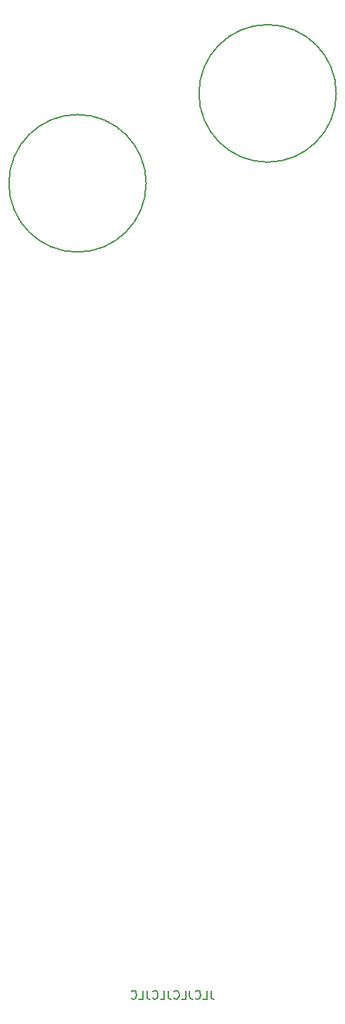
<source format=gbo>
G04 #@! TF.GenerationSoftware,KiCad,Pcbnew,(6.0.0)*
G04 #@! TF.CreationDate,2022-08-09T16:48:56+02:00*
G04 #@! TF.ProjectId,FG-VCO-(panel),46472d56-434f-42d2-9870-616e656c292e,rev?*
G04 #@! TF.SameCoordinates,Original*
G04 #@! TF.FileFunction,Legend,Bot*
G04 #@! TF.FilePolarity,Positive*
%FSLAX46Y46*%
G04 Gerber Fmt 4.6, Leading zero omitted, Abs format (unit mm)*
G04 Created by KiCad (PCBNEW (6.0.0)) date 2022-08-09 16:48:56*
%MOMM*%
%LPD*%
G01*
G04 APERTURE LIST*
%ADD10C,0.150000*%
%ADD11C,6.500000*%
%ADD12C,6.000000*%
%ADD13C,3.200000*%
%ADD14C,5.000000*%
%ADD15O,5.500000X3.200000*%
G04 APERTURE END LIST*
D10*
X46355000Y-17145000D02*
G75*
G03*
X46355000Y-17145000I-8255000J0D01*
G01*
X23495000Y-27940000D02*
G75*
G03*
X23495000Y-27940000I-8255000J0D01*
G01*
X31289047Y-124864880D02*
X31289047Y-125579166D01*
X31336666Y-125722023D01*
X31431904Y-125817261D01*
X31574761Y-125864880D01*
X31670000Y-125864880D01*
X30336666Y-125864880D02*
X30812857Y-125864880D01*
X30812857Y-124864880D01*
X29431904Y-125769642D02*
X29479523Y-125817261D01*
X29622380Y-125864880D01*
X29717619Y-125864880D01*
X29860476Y-125817261D01*
X29955714Y-125722023D01*
X30003333Y-125626785D01*
X30050952Y-125436309D01*
X30050952Y-125293452D01*
X30003333Y-125102976D01*
X29955714Y-125007738D01*
X29860476Y-124912500D01*
X29717619Y-124864880D01*
X29622380Y-124864880D01*
X29479523Y-124912500D01*
X29431904Y-124960119D01*
X28717619Y-124864880D02*
X28717619Y-125579166D01*
X28765238Y-125722023D01*
X28860476Y-125817261D01*
X29003333Y-125864880D01*
X29098571Y-125864880D01*
X27765238Y-125864880D02*
X28241428Y-125864880D01*
X28241428Y-124864880D01*
X26860476Y-125769642D02*
X26908095Y-125817261D01*
X27050952Y-125864880D01*
X27146190Y-125864880D01*
X27289047Y-125817261D01*
X27384285Y-125722023D01*
X27431904Y-125626785D01*
X27479523Y-125436309D01*
X27479523Y-125293452D01*
X27431904Y-125102976D01*
X27384285Y-125007738D01*
X27289047Y-124912500D01*
X27146190Y-124864880D01*
X27050952Y-124864880D01*
X26908095Y-124912500D01*
X26860476Y-124960119D01*
X26146190Y-124864880D02*
X26146190Y-125579166D01*
X26193809Y-125722023D01*
X26289047Y-125817261D01*
X26431904Y-125864880D01*
X26527142Y-125864880D01*
X25193809Y-125864880D02*
X25670000Y-125864880D01*
X25670000Y-124864880D01*
X24289047Y-125769642D02*
X24336666Y-125817261D01*
X24479523Y-125864880D01*
X24574761Y-125864880D01*
X24717619Y-125817261D01*
X24812857Y-125722023D01*
X24860476Y-125626785D01*
X24908095Y-125436309D01*
X24908095Y-125293452D01*
X24860476Y-125102976D01*
X24812857Y-125007738D01*
X24717619Y-124912500D01*
X24574761Y-124864880D01*
X24479523Y-124864880D01*
X24336666Y-124912500D01*
X24289047Y-124960119D01*
X23574761Y-124864880D02*
X23574761Y-125579166D01*
X23622380Y-125722023D01*
X23717619Y-125817261D01*
X23860476Y-125864880D01*
X23955714Y-125864880D01*
X22622380Y-125864880D02*
X23098571Y-125864880D01*
X23098571Y-124864880D01*
X21717619Y-125769642D02*
X21765238Y-125817261D01*
X21908095Y-125864880D01*
X22003333Y-125864880D01*
X22146190Y-125817261D01*
X22241428Y-125722023D01*
X22289047Y-125626785D01*
X22336666Y-125436309D01*
X22336666Y-125293452D01*
X22289047Y-125102976D01*
X22241428Y-125007738D01*
X22146190Y-124912500D01*
X22003333Y-124864880D01*
X21908095Y-124864880D01*
X21765238Y-124912500D01*
X21717619Y-124960119D01*
%LPC*%
D11*
X38100000Y-17145000D03*
D12*
X5715000Y-113030000D03*
X47625000Y-91440000D03*
X5715000Y-80645000D03*
X47625000Y-113030000D03*
X47625000Y-26670000D03*
D11*
X15240000Y-27940000D03*
X38100000Y-81915000D03*
D13*
X5715000Y-92710000D03*
D11*
X38100000Y-38735000D03*
X15240000Y-49530000D03*
D14*
X15240000Y-92710000D03*
D12*
X47625000Y-48260000D03*
D15*
X47630000Y-125500000D03*
X5710000Y-3000000D03*
D13*
X15240000Y-13335000D03*
D12*
X47625000Y-69850000D03*
D13*
X5080000Y-38735000D03*
D11*
X38100000Y-103505000D03*
D15*
X3000000Y-125500000D03*
X47630000Y-3000000D03*
D13*
X24765000Y-92710000D03*
D11*
X38100000Y-60325000D03*
X15240000Y-71120000D03*
M02*

</source>
